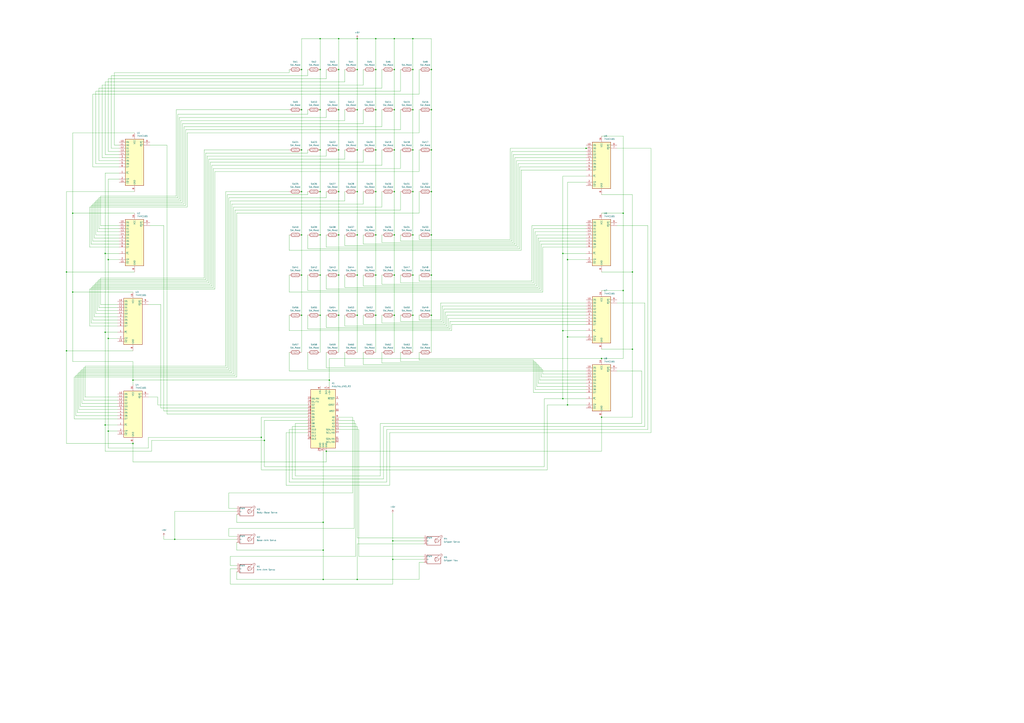
<source format=kicad_sch>
(kicad_sch (version 20230121) (generator eeschema)
  (paper "A1")
  (lib_symbols
    (symbol "74xx:74HC165"
      (property "Reference" "U" (at -7.62 19.05 0))
      (property "Value" "74HC165" (at -7.62 -21.59 0))
      (symbol "74HC165_1_0"
        (pin input line (at -12.7 -10.16 0) (length 5.08) (name "~{PL}") (number "1"))
        (pin input line (at -12.7 15.24 0) (length 5.08) (name "DS") (number "10"))
        (pin input line (at -12.7 12.7 0) (length 5.08) (name "D0") (number "11"))
        (pin input line (at -12.7 10.16 0) (length 5.08) (name "D1") (number "12"))
        (pin input line (at -12.7 7.62 0) (length 5.08) (name "D2") (number "13"))
        (pin input line (at -12.7 5.08 0) (length 5.08) (name "D3") (number "14"))
        (pin input line (at -12.7 -17.78 0) (length 5.08) (name "~{CE}") (number "15"))
        (pin power_in line (at 0 22.86 270) (length 5.08) (name "VCC") (number "16"))
        (pin input line (at -12.7 -15.24 0) (length 5.08) (name "CP") (number "2"))
        (pin input line (at -12.7 2.54 0) (length 5.08) (name "D4") (number "3"))
        (pin input line (at -12.7 0 0) (length 5.08) (name "D5") (number "4"))
        (pin input line (at -12.7 -2.54 0) (length 5.08) (name "D6") (number "5"))
        (pin input line (at -12.7 -5.08 0) (length 5.08) (name "D7") (number "6"))
        (pin output line (at 12.7 12.7 180) (length 5.08) (name "~{Q7}") (number "7"))
        (pin power_in line (at 0 -25.4 90) (length 5.08) (name "GND") (number "8"))
        (pin output line (at 12.7 15.24 180) (length 5.08) (name "Q7") (number "9"))
      )
    )
    (symbol "MCU_Module:Arduino_UNO_R3"
      (property "Reference" "A" (at -10.16 23.495 0))
      (property "Value" "Arduino_UNO_R3" (at 5.08 -26.67 0))
      (symbol "Arduino_UNO_R3_1_1"
        (pin no_connect line (at -10.16 -20.32 0) (length 2.54) hide (name "NC") (number "1"))
        (pin bidirectional line (at 12.7 -2.54 180) (length 2.54) (name "A1") (number "10"))
        (pin bidirectional line (at 12.7 -5.08 180) (length 2.54) (name "A2") (number "11"))
        (pin bidirectional line (at 12.7 -7.62 180) (length 2.54) (name "A3") (number "12"))
        (pin bidirectional line (at 12.7 -10.16 180) (length 2.54) (name "SDA/A4") (number "13"))
        (pin bidirectional line (at 12.7 -12.7 180) (length 2.54) (name "SCL/A5") (number "14"))
        (pin bidirectional line (at -12.7 15.24 0) (length 2.54) (name "D0/RX") (number "15"))
        (pin bidirectional line (at -12.7 12.7 0) (length 2.54) (name "D1/TX") (number "16"))
        (pin bidirectional line (at -12.7 10.16 0) (length 2.54) (name "D2") (number "17"))
        (pin bidirectional line (at -12.7 7.62 0) (length 2.54) (name "D3") (number "18"))
        (pin bidirectional line (at -12.7 5.08 0) (length 2.54) (name "D4") (number "19"))
        (pin output line (at 12.7 10.16 180) (length 2.54) (name "IOREF") (number "2"))
        (pin bidirectional line (at -12.7 2.54 0) (length 2.54) (name "D5") (number "20"))
        (pin bidirectional line (at -12.7 0 0) (length 2.54) (name "D6") (number "21"))
        (pin bidirectional line (at -12.7 -2.54 0) (length 2.54) (name "D7") (number "22"))
        (pin bidirectional line (at -12.7 -5.08 0) (length 2.54) (name "D8") (number "23"))
        (pin bidirectional line (at -12.7 -7.62 0) (length 2.54) (name "D9") (number "24"))
        (pin bidirectional line (at -12.7 -10.16 0) (length 2.54) (name "D10") (number "25"))
        (pin bidirectional line (at -12.7 -12.7 0) (length 2.54) (name "D11") (number "26"))
        (pin bidirectional line (at -12.7 -15.24 0) (length 2.54) (name "D12") (number "27"))
        (pin bidirectional line (at -12.7 -17.78 0) (length 2.54) (name "D13") (number "28"))
        (pin power_in line (at -2.54 -27.94 90) (length 2.54) (name "GND") (number "29"))
        (pin input line (at 12.7 15.24 180) (length 2.54) (name "~{RESET}") (number "3"))
        (pin input line (at 12.7 5.08 180) (length 2.54) (name "AREF") (number "30"))
        (pin bidirectional line (at 12.7 -17.78 180) (length 2.54) (name "SDA/A4") (number "31"))
        (pin bidirectional line (at 12.7 -20.32 180) (length 2.54) (name "SCL/A5") (number "32"))
        (pin power_out line (at 2.54 25.4 270) (length 2.54) (name "3V3") (number "4"))
        (pin power_out line (at 5.08 25.4 270) (length 2.54) (name "+5V") (number "5"))
        (pin power_in line (at 0 -27.94 90) (length 2.54) (name "GND") (number "6"))
        (pin power_in line (at 2.54 -27.94 90) (length 2.54) (name "GND") (number "7"))
        (pin power_in line (at -2.54 25.4 270) (length 2.54) (name "VIN") (number "8"))
        (pin bidirectional line (at 12.7 0 180) (length 2.54) (name "A0") (number "9"))
      )
    )
    (symbol "Motor:Motor_Servo" (pin_names (offset 0.0254))
      (property "Reference" "M" (at -5.08 4.445 0))
      (property "Value" "Motor_Servo" (at -5.08 -4.064 0))
      (symbol "Motor_Servo_1_1"
        (pin passive line (at -7.62 2.54 0) (length 2.54) (name "PWM") (number "1"))
        (pin passive line (at -7.62 0 0) (length 2.54) (name "+") (number "2"))
        (pin passive line (at -7.62 -2.54 0) (length 2.54) (name "-") (number "3"))
      )
    )
    (symbol "Switch:SW_Reed" (pin_numbers hide) (pin_names (offset 0) hide)
      (property "Reference" "SW" (at 0 2.54 0))
      (property "Value" "SW_Reed" (at 0 -2.54 0))
      (symbol "SW_Reed_1_1"
        (pin passive line (at -5.08 0 0) (length 2.54) (name "1") (number "1"))
        (pin passive line (at 5.08 0 180) (length 2.54) (name "2") (number "2"))
      )
    )
    (symbol "power:+6V" (power) (pin_names (offset 0))
      (property "Value" "+6V" (at 0 3.556 0))
      (symbol "+6V_1_1"
        (pin power_in line (at 0 0 90) (length 0) hide (name "+6V") (number "1"))
      )
    )
  )
  (junction (at 308.61 259.08))
  (junction (at 494.03 294.64))
  (junction (at 354.33 226.06))
  (junction (at 278.13 123.19))
  (junction (at 247.65 259.08))
  (junction (at 354.33 123.19))
  (junction (at 86.36 349.25))
  (junction (at 262.89 31.75))
  (junction (at 323.85 123.19))
  (junction (at 293.37 259.08))
  (junction (at 88.9 354.33))
  (junction (at 354.33 193.04))
  (junction (at 462.28 271.78))
  (junction (at 262.89 226.06))
  (junction (at 262.89 123.19))
  (junction (at 511.81 238.76))
  (junction (at 247.65 123.19))
  (junction (at 339.09 259.08))
  (junction (at 109.22 312.42))
  (junction (at 143.51 443.23))
  (junction (at 462.28 208.28))
  (junction (at 293.37 226.06))
  (junction (at 265.43 476.25))
  (junction (at 339.09 90.17))
  (junction (at 54.61 223.52))
  (junction (at 308.61 157.48))
  (junction (at 308.61 31.75))
  (junction (at 339.09 123.19))
  (junction (at 86.36 208.28))
  (junction (at 265.43 452.12))
  (junction (at 278.13 57.15))
  (junction (at 88.9 213.36))
  (junction (at 323.85 57.15))
  (junction (at 278.13 226.06))
  (junction (at 247.65 157.48))
  (junction (at 86.36 273.05))
  (junction (at 293.37 476.25))
  (junction (at 339.09 226.06))
  (junction (at 354.33 57.15))
  (junction (at 88.9 278.13))
  (junction (at 247.65 226.06))
  (junction (at 278.13 157.48))
  (junction (at 354.33 157.48))
  (junction (at 262.89 157.48))
  (junction (at 494.03 342.9))
  (junction (at 466.09 213.36))
  (junction (at 278.13 259.08))
  (junction (at 339.09 57.15))
  (junction (at 519.43 223.52))
  (junction (at 267.97 370.84))
  (junction (at 293.37 123.19))
  (junction (at 54.61 288.29))
  (junction (at 323.85 157.48))
  (junction (at 322.58 444.5))
  (junction (at 466.09 276.86))
  (junction (at 278.13 90.17))
  (junction (at 247.65 193.04))
  (junction (at 262.89 57.15))
  (junction (at 278.13 193.04))
  (junction (at 323.85 193.04))
  (junction (at 262.89 259.08))
  (junction (at 262.89 193.04))
  (junction (at 466.09 332.74))
  (junction (at 214.63 359.41))
  (junction (at 308.61 123.19))
  (junction (at 265.43 429.26))
  (junction (at 270.51 312.42))
  (junction (at 339.09 157.48))
  (junction (at 323.85 90.17))
  (junction (at 293.37 157.48))
  (junction (at 462.28 327.66))
  (junction (at 278.13 31.75))
  (junction (at 59.69 240.03))
  (junction (at 323.85 259.08))
  (junction (at 323.85 226.06))
  (junction (at 293.37 90.17))
  (junction (at 322.58 459.74))
  (junction (at 339.09 31.75))
  (junction (at 109.22 364.49))
  (junction (at 308.61 193.04))
  (junction (at 511.81 175.26))
  (junction (at 262.89 90.17))
  (junction (at 308.61 226.06))
  (junction (at 308.61 57.15))
  (junction (at 481.33 121.92))
  (junction (at 59.69 175.26))
  (junction (at 308.61 90.17))
  (junction (at 354.33 90.17))
  (junction (at 247.65 57.15))
  (junction (at 293.37 31.75))
  (junction (at 323.85 31.75))
  (junction (at 519.43 287.02))
  (junction (at 293.37 57.15))
  (junction (at 247.65 90.17))
  (junction (at 293.37 193.04))
  (junction (at 217.17 361.95))
  (junction (at 339.09 193.04))
  (junction (at 354.33 259.08))
  (wire (pts (xy 511.81 294.64) (xy 494.03 294.64)))
  (wire (pts (xy 80.01 231.14) (xy 80.01 255.27)))
  (wire (pts (xy 293.37 441.96) (xy 347.98 441.96)))
  (wire (pts (xy 73.66 170.18) (xy 73.66 203.2)))
  (wire (pts (xy 262.89 193.04) (xy 262.89 226.06)))
  (wire (pts (xy 344.17 109.22) (xy 153.67 109.22)))
  (wire (pts (xy 462.28 208.28) (xy 462.28 271.78)))
  (wire (pts (xy 298.45 157.48) (xy 298.45 167.64)))
  (wire (pts (xy 494.03 111.76) (xy 511.81 111.76)))
  (wire (pts (xy 481.33 121.92) (xy 482.6 121.92)))
  (wire (pts (xy 168.91 229.87) (xy 81.28 229.87)))
  (wire (pts (xy 73.66 203.2) (xy 97.79 203.2)))
  (wire (pts (xy 151.13 104.14) (xy 151.13 167.64)))
  (wire (pts (xy 313.69 289.56) (xy 313.69 298.45)))
  (wire (pts (xy 344.17 231.14) (xy 436.88 231.14)))
  (wire (pts (xy 76.2 77.47) (xy 76.2 137.16)))
  (wire (pts (xy 146.05 93.98) (xy 146.05 162.56)))
  (wire (pts (xy 81.28 132.08) (xy 97.79 132.08)))
  (wire (pts (xy 481.33 208.28) (xy 462.28 208.28)))
  (wire (pts (xy 267.97 162.56) (xy 187.96 162.56)))
  (wire (pts (xy 267.97 269.24) (xy 368.3 269.24)))
  (wire (pts (xy 313.69 90.17) (xy 313.69 104.14)))
  (wire (pts (xy 283.21 99.06) (xy 148.59 99.06)))
  (wire (pts (xy 124.46 370.84) (xy 86.36 370.84)))
  (wire (pts (xy 54.61 157.48) (xy 54.61 223.52)))
  (wire (pts (xy 234.95 355.6) (xy 252.73 355.6)))
  (wire (pts (xy 481.33 271.78) (xy 462.28 271.78)))
  (wire (pts (xy 339.09 226.06) (xy 339.09 259.08)))
  (wire (pts (xy 82.55 185.42) (xy 97.79 185.42)))
  (wire (pts (xy 328.93 123.19) (xy 328.93 138.43)))
  (wire (pts (xy 344.17 90.17) (xy 344.17 109.22)))
  (wire (pts (xy 237.49 304.8) (xy 481.33 304.8)))
  (wire (pts (xy 308.61 157.48) (xy 308.61 193.04)))
  (wire (pts (xy 109.22 364.49) (xy 109.22 379.73)))
  (wire (pts (xy 167.64 228.6) (xy 82.55 228.6)))
  (wire (pts (xy 82.55 161.29) (xy 82.55 185.42)))
  (wire (pts (xy 278.13 342.9) (xy 289.56 342.9)))
  (wire (pts (xy 54.61 364.49) (xy 109.22 364.49)))
  (wire (pts (xy 527.05 304.8) (xy 527.05 347.98)))
  (wire (pts (xy 194.31 309.88) (xy 60.96 309.88)))
  (wire (pts (xy 370.84 271.78) (xy 370.84 266.7)))
  (wire (pts (xy 173.99 135.89) (xy 173.99 234.95)))
  (wire (pts (xy 267.97 237.49) (xy 443.23 237.49)))
  (wire (pts (xy 519.43 342.9) (xy 494.03 342.9)))
  (wire (pts (xy 237.49 396.24) (xy 237.49 353.06)))
  (wire (pts (xy 187.96 303.53) (xy 67.31 303.53)))
  (wire (pts (xy 328.93 226.06) (xy 328.93 232.41)))
  (wire (pts (xy 438.15 295.91) (xy 438.15 322.58)))
  (wire (pts (xy 283.21 201.93) (xy 424.18 201.93)))
  (wire (pts (xy 187.96 440.69) (xy 194.31 440.69)))
  (wire (pts (xy 81.28 187.96) (xy 97.79 187.96)))
  (wire (pts (xy 466.09 213.36) (xy 466.09 276.86)))
  (wire (pts (xy 144.78 90.17) (xy 144.78 161.29)))
  (wire (pts (xy 168.91 125.73) (xy 168.91 229.87)))
  (wire (pts (xy 320.04 355.6) (xy 320.04 398.78)))
  (wire (pts (xy 283.21 259.08) (xy 283.21 267.97)))
  (wire (pts (xy 313.69 157.48) (xy 313.69 170.18)))
  (wire (pts (xy 298.45 193.04) (xy 298.45 200.66)))
  (wire (pts (xy 339.09 31.75) (xy 354.33 31.75)))
  (wire (pts (xy 283.21 90.17) (xy 283.21 99.06)))
  (wire (pts (xy 298.45 57.15) (xy 298.45 69.85)))
  (wire (pts (xy 147.32 163.83) (xy 80.01 163.83)))
  (wire (pts (xy 237.49 193.04) (xy 237.49 205.74)))
  (wire (pts (xy 323.85 193.04) (xy 323.85 226.06)))
  (wire (pts (xy 81.28 162.56) (xy 81.28 187.96)))
  (wire (pts (xy 262.89 31.75) (xy 278.13 31.75)))
  (wire (pts (xy 278.13 226.06) (xy 278.13 259.08)))
  (wire (pts (xy 170.18 128.27) (xy 170.18 231.14)))
  (wire (pts (xy 328.93 74.93) (xy 78.74 74.93)))
  (wire (pts (xy 328.93 138.43) (xy 175.26 138.43)))
  (wire (pts (xy 74.93 200.66) (xy 97.79 200.66)))
  (wire (pts (xy 247.65 157.48) (xy 247.65 193.04)))
  (wire (pts (xy 283.21 289.56) (xy 283.21 300.99)))
  (wire (pts (xy 68.58 328.93) (xy 96.52 328.93)))
  (wire (pts (xy 247.65 123.19) (xy 247.65 157.48)))
  (wire (pts (xy 247.65 31.75) (xy 247.65 57.15)))
  (wire (pts (xy 494.03 238.76) (xy 511.81 238.76)))
  (wire (pts (xy 129.54 326.39) (xy 129.54 332.74)))
  (wire (pts (xy 83.82 69.85) (xy 83.82 129.54)))
  (wire (pts (xy 289.56 342.9) (xy 289.56 405.13)))
  (wire (pts (xy 237.49 205.74) (xy 427.99 205.74)))
  (wire (pts (xy 278.13 350.52) (xy 293.37 350.52)))
  (wire (pts (xy 186.69 160.02) (xy 186.69 302.26)))
  (wire (pts (xy 426.72 204.47) (xy 426.72 137.16)))
  (wire (pts (xy 298.45 299.72) (xy 441.96 299.72)))
  (wire (pts (xy 247.65 57.15) (xy 247.65 90.17)))
  (wire (pts (xy 194.31 476.25) (xy 265.43 476.25)))
  (wire (pts (xy 339.09 259.08) (xy 339.09 289.56)))
  (wire (pts (xy 252.73 123.19) (xy 252.73 125.73)))
  (wire (pts (xy 298.45 234.95) (xy 440.69 234.95)))
  (wire (pts (xy 252.73 93.98) (xy 146.05 93.98)))
  (wire (pts (xy 82.55 250.19) (xy 96.52 250.19)))
  (wire (pts (xy 191.77 170.18) (xy 191.77 307.34)))
  (wire (pts (xy 298.45 266.7) (xy 365.76 266.7)))
  (wire (pts (xy 322.58 459.74) (xy 322.58 444.5)))
  (wire (pts (xy 328.93 106.68) (xy 152.4 106.68)))
  (wire (pts (xy 313.69 57.15) (xy 313.69 72.39)))
  (wire (pts (xy 109.22 312.42) (xy 109.22 297.18)))
  (wire (pts (xy 462.28 327.66) (xy 447.04 327.66)))
  (wire (pts (xy 293.37 259.08) (xy 293.37 289.56)))
  (wire (pts (xy 76.2 167.64) (xy 76.2 198.12)))
  (wire (pts (xy 419.1 121.92) (xy 481.33 121.92)))
  (wire (pts (xy 294.64 457.2) (xy 347.98 457.2)))
  (wire (pts (xy 443.23 237.49) (xy 443.23 198.12)))
  (wire (pts (xy 270.51 312.42) (xy 270.51 317.5)))
  (wire (pts (xy 189.23 457.2) (xy 189.23 464.82)))
  (wire (pts (xy 252.73 238.76) (xy 444.5 238.76)))
  (wire (pts (xy 252.73 226.06) (xy 252.73 238.76)))
  (wire (pts (xy 190.5 306.07) (xy 64.77 306.07)))
  (wire (pts (xy 97.79 142.24) (xy 86.36 142.24)))
  (wire (pts (xy 481.33 276.86) (xy 466.09 276.86)))
  (wire (pts (xy 425.45 203.2) (xy 425.45 134.62)))
  (wire (pts (xy 88.9 64.77) (xy 88.9 124.46)))
  (wire (pts (xy 313.69 170.18) (xy 191.77 170.18)))
  (wire (pts (xy 506.73 248.92) (xy 529.59 248.92)))
  (wire (pts (xy 214.63 359.41) (xy 121.92 359.41)))
  (wire (pts (xy 78.74 232.41) (xy 78.74 257.81)))
  (wire (pts (xy 328.93 264.16) (xy 363.22 264.16)))
  (wire (pts (xy 308.61 259.08) (xy 308.61 289.56)))
  (wire (pts (xy 354.33 157.48) (xy 354.33 193.04)))
  (wire (pts (xy 267.97 90.17) (xy 267.97 96.52)))
  (wire (pts (xy 191.77 307.34) (xy 63.5 307.34)))
  (wire (pts (xy 444.5 302.26) (xy 444.5 309.88)))
  (wire (pts (xy 97.79 147.32) (xy 88.9 147.32)))
  (wire (pts (xy 317.5 353.06) (xy 317.5 396.24)))
  (wire (pts (xy 527.05 347.98) (xy 312.42 347.98)))
  (wire (pts (xy 265.43 452.12) (xy 265.43 476.25)))
  (wire (pts (xy 74.93 236.22) (xy 74.93 265.43)))
  (wire (pts (xy 278.13 193.04) (xy 278.13 226.06)))
  (wire (pts (xy 344.17 157.48) (xy 344.17 175.26)))
  (wire (pts (xy 511.81 111.76) (xy 511.81 175.26)))
  (wire (pts (xy 354.33 90.17) (xy 354.33 123.19)))
  (wire (pts (xy 328.93 157.48) (xy 328.93 172.72)))
  (wire (pts (xy 193.04 308.61) (xy 62.23 308.61)))
  (wire (pts (xy 88.9 124.46) (xy 97.79 124.46)))
  (wire (pts (xy 449.58 332.74) (xy 449.58 386.08)))
  (wire (pts (xy 81.28 229.87) (xy 81.28 252.73)))
  (wire (pts (xy 185.42 300.99) (xy 69.85 300.99)))
  (wire (pts (xy 466.09 276.86) (xy 466.09 332.74)))
  (wire (pts (xy 494.03 175.26) (xy 511.81 175.26)))
  (wire (pts (xy 237.49 57.15) (xy 237.49 59.69)))
  (wire (pts (xy 447.04 327.66) (xy 447.04 383.54)))
  (wire (pts (xy 187.96 405.13) (xy 187.96 417.83)))
  (wire (pts (xy 293.37 447.04) (xy 293.37 476.25)))
  (wire (pts (xy 252.73 342.9) (xy 214.63 342.9)))
  (wire (pts (xy 137.16 340.36) (xy 252.73 340.36)))
  (wire (pts (xy 339.09 157.48) (xy 339.09 193.04)))
  (wire (pts (xy 69.85 300.99) (xy 69.85 326.39)))
  (wire (pts (xy 171.45 130.81) (xy 171.45 232.41)))
  (wire (pts (xy 436.88 231.14) (xy 436.88 185.42)))
  (wire (pts (xy 146.05 162.56) (xy 81.28 162.56)))
  (wire (pts (xy 149.86 101.6) (xy 149.86 166.37)))
  (wire (pts (xy 529.59 350.52) (xy 314.96 350.52)))
  (wire (pts (xy 144.78 161.29) (xy 82.55 161.29)))
  (wire (pts (xy 132.08 335.28) (xy 252.73 335.28)))
  (wire (pts (xy 214.63 386.08) (xy 214.63 359.41)))
  (wire (pts (xy 354.33 123.19) (xy 354.33 157.48)))
  (wire (pts (xy 278.13 157.48) (xy 278.13 193.04)))
  (wire (pts (xy 278.13 57.15) (xy 278.13 90.17)))
  (wire (pts (xy 293.37 90.17) (xy 293.37 123.19)))
  (wire (pts (xy 283.21 300.99) (xy 443.23 300.99)))
  (wire (pts (xy 368.3 261.62) (xy 481.33 261.62)))
  (wire (pts (xy 91.44 62.23) (xy 91.44 121.92)))
  (wire (pts (xy 237.49 123.19) (xy 167.64 123.19)))
  (wire (pts (xy 365.76 266.7) (xy 365.76 256.54)))
  (wire (pts (xy 62.23 308.61) (xy 62.23 341.63)))
  (wire (pts (xy 73.66 267.97) (xy 96.52 267.97)))
  (wire (pts (xy 60.96 344.17) (xy 96.52 344.17)))
  (wire (pts (xy 361.95 248.92) (xy 481.33 248.92)))
  (wire (pts (xy 323.85 123.19) (xy 323.85 157.48)))
  (wire (pts (xy 339.09 31.75) (xy 339.09 57.15)))
  (wire (pts (xy 176.53 237.49) (xy 73.66 237.49)))
  (wire (pts (xy 298.45 289.56) (xy 298.45 299.72)))
  (wire (pts (xy 78.74 257.81) (xy 96.52 257.81)))
  (wire (pts (xy 88.9 278.13) (xy 88.9 354.33)))
  (wire (pts (xy 262.89 157.48) (xy 262.89 193.04)))
  (wire (pts (xy 462.28 144.78) (xy 462.28 208.28)))
  (wire (pts (xy 123.19 119.38) (xy 137.16 119.38)))
  (wire (pts (xy 189.23 464.82) (xy 194.31 464.82)))
  (wire (pts (xy 83.82 129.54) (xy 97.79 129.54)))
  (wire (pts (xy 68.58 302.26) (xy 68.58 328.93)))
  (wire (pts (xy 267.97 289.56) (xy 267.97 302.26)))
  (wire (pts (xy 73.66 237.49) (xy 73.66 267.97)))
  (wire (pts (xy 109.22 288.29) (xy 54.61 288.29)))
  (wire (pts (xy 252.73 160.02) (xy 186.69 160.02)))
  (wire (pts (xy 148.59 99.06) (xy 148.59 165.1)))
  (wire (pts (xy 172.72 133.35) (xy 172.72 233.68)))
  (wire (pts (xy 328.93 172.72) (xy 193.04 172.72)))
  (wire (pts (xy 262.89 226.06) (xy 262.89 259.08)))
  (wire (pts (xy 369.57 264.16) (xy 481.33 264.16)))
  (wire (pts (xy 313.69 135.89) (xy 173.99 135.89)))
  (wire (pts (xy 367.03 259.08) (xy 481.33 259.08)))
  (wire (pts (xy 427.99 205.74) (xy 427.99 139.7)))
  (wire (pts (xy 308.61 57.15) (xy 308.61 90.17)))
  (wire (pts (xy 86.36 370.84) (xy 86.36 349.25)))
  (wire (pts (xy 63.5 339.09) (xy 96.52 339.09)))
  (wire (pts (xy 265.43 476.25) (xy 293.37 476.25)))
  (wire (pts (xy 134.62 337.82) (xy 252.73 337.82)))
  (wire (pts (xy 312.42 347.98) (xy 312.42 391.16)))
  (wire (pts (xy 445.77 303.53) (xy 445.77 307.34)))
  (wire (pts (xy 240.03 393.7) (xy 240.03 350.52)))
  (wire (pts (xy 481.33 332.74) (xy 466.09 332.74)))
  (wire (pts (xy 194.31 420.37) (xy 143.51 420.37)))
  (wire (pts (xy 278.13 353.06) (xy 294.64 353.06)))
  (wire (pts (xy 152.4 168.91) (xy 74.93 168.91)))
  (wire (pts (xy 313.69 72.39) (xy 81.28 72.39)))
  (wire (pts (xy 354.33 226.06) (xy 354.33 259.08)))
  (wire (pts (xy 252.73 57.15) (xy 252.73 62.23)))
  (wire (pts (xy 445.77 307.34) (xy 481.33 307.34)))
  (wire (pts (xy 444.5 200.66) (xy 481.33 200.66)))
  (wire (pts (xy 124.46 361.95) (xy 124.46 370.84)))
  (wire (pts (xy 189.23 467.36) (xy 189.23 480.06)))
  (wire (pts (xy 308.61 90.17) (xy 308.61 123.19)))
  (wire (pts (xy 344.17 259.08) (xy 344.17 262.89)))
  (wire (pts (xy 267.97 370.84) (xy 494.03 370.84)))
  (wire (pts (xy 185.42 157.48) (xy 185.42 300.99)))
  (wire (pts (xy 283.21 226.06) (xy 283.21 236.22)))
  (wire (pts (xy 267.97 226.06) (xy 267.97 237.49)))
  (wire (pts (xy 194.31 445.77) (xy 194.31 452.12)))
  (wire (pts (xy 365.76 256.54) (xy 481.33 256.54)))
  (wire (pts (xy 173.99 234.95) (xy 76.2 234.95)))
  (wire (pts (xy 64.77 306.07) (xy 64.77 336.55)))
  (wire (pts (xy 186.69 302.26) (xy 68.58 302.26)))
  (wire (pts (xy 278.13 347.98) (xy 292.1 347.98)))
  (wire (pts (xy 511.81 175.26) (xy 511.81 238.76)))
  (wire (pts (xy 466.09 149.86) (xy 466.09 213.36)))
  (wire (pts (xy 69.85 326.39) (xy 96.52 326.39)))
  (wire (pts (xy 438.15 187.96) (xy 481.33 187.96)))
  (wire (pts (xy 344.17 196.85) (xy 419.1 196.85)))
  (wire (pts (xy 313.69 123.19) (xy 313.69 135.89)))
  (wire (pts (xy 368.3 269.24) (xy 368.3 261.62)))
  (wire (pts (xy 283.21 130.81) (xy 171.45 130.81)))
  (wire (pts (xy 293.37 350.52) (xy 293.37 441.96)))
  (wire (pts (xy 317.5 396.24) (xy 237.49 396.24)))
  (wire (pts (xy 344.17 123.19) (xy 344.17 140.97)))
  (wire (pts (xy 86.36 142.24) (xy 86.36 208.28)))
  (wire (pts (xy 283.21 123.19) (xy 283.21 130.81)))
  (wire (pts (xy 262.89 90.17) (xy 262.89 123.19)))
  (wire (pts (xy 265.43 452.12) (xy 265.43 429.26)))
  (wire (pts (xy 420.37 124.46) (xy 481.33 124.46)))
  (wire (pts (xy 96.52 278.13) (xy 88.9 278.13)))
  (wire (pts (xy 313.69 199.39) (xy 421.64 199.39)))
  (wire (pts (xy 293.37 123.19) (xy 293.37 157.48)))
  (wire (pts (xy 189.23 304.8) (xy 66.04 304.8)))
  (wire (pts (xy 267.97 302.26) (xy 444.5 302.26)))
  (wire (pts (xy 123.19 185.42) (xy 134.62 185.42)))
  (wire (pts (xy 363.22 264.16) (xy 363.22 251.46)))
  (wire (pts (xy 440.69 298.45) (xy 440.69 317.5)))
  (wire (pts (xy 265.43 429.26) (xy 194.31 429.26)))
  (wire (pts (xy 447.04 383.54) (xy 217.17 383.54)))
  (wire (pts (xy 214.63 342.9) (xy 214.63 359.41)))
  (wire (pts (xy 78.74 193.04) (xy 97.79 193.04)))
  (wire (pts (xy 76.2 137.16) (xy 97.79 137.16)))
  (wire (pts (xy 344.17 77.47) (xy 76.2 77.47)))
  (wire (pts (xy 252.73 289.56) (xy 252.73 303.53)))
  (wire (pts (xy 278.13 31.75) (xy 293.37 31.75)))
  (wire (pts (xy 74.93 168.91) (xy 74.93 200.66)))
  (wire (pts (xy 247.65 226.06) (xy 247.65 259.08)))
  (wire (pts (xy 77.47 195.58) (xy 97.79 195.58)))
  (wire (pts (xy 441.96 299.72) (xy 441.96 314.96)))
  (wire (pts (xy 110.49 223.52) (xy 54.61 223.52)))
  (wire (pts (xy 322.58 444.5) (xy 347.98 444.5)))
  (wire (pts (xy 506.73 121.92) (xy 534.67 121.92)))
  (wire (pts (xy 293.37 157.48) (xy 293.37 193.04)))
  (wire (pts (xy 344.17 289.56) (xy 344.17 295.91)))
  (wire (pts (xy 323.85 90.17) (xy 323.85 123.19)))
  (wire (pts (xy 370.84 266.7) (xy 481.33 266.7)))
  (wire (pts (xy 78.74 165.1) (xy 78.74 193.04)))
  (wire (pts (xy 534.67 355.6) (xy 320.04 355.6)))
  (wire (pts (xy 252.73 270.51) (xy 369.57 270.51)))
  (wire (pts (xy 328.93 193.04) (xy 328.93 198.12)))
  (wire (pts (xy 59.69 240.03) (xy 59.69 297.18)))
  (wire (pts (xy 270.51 294.64) (xy 270.51 312.42)))
  (wire (pts (xy 242.57 347.98) (xy 252.73 347.98)))
  (wire (pts (xy 67.31 331.47) (xy 96.52 331.47)))
  (wire (pts (xy 439.42 233.68) (xy 439.42 190.5)))
  (wire (pts (xy 80.01 190.5) (xy 97.79 190.5)))
  (wire (pts (xy 323.85 57.15) (xy 323.85 31.75)))
  (wire (pts (xy 234.95 398.78) (xy 234.95 355.6)))
  (wire (pts (xy 237.49 157.48) (xy 185.42 157.48)))
  (wire (pts (xy 262.89 57.15) (xy 262.89 90.17)))
  (wire (pts (xy 110.49 109.22) (xy 59.69 109.22)))
  (wire (pts (xy 267.97 379.73) (xy 267.97 370.84)))
  (wire (pts (xy 247.65 193.04) (xy 247.65 226.06)))
  (wire (pts (xy 439.42 320.04) (xy 481.33 320.04)))
  (wire (pts (xy 519.43 160.02) (xy 519.43 223.52)))
  (wire (pts (xy 194.31 467.36) (xy 189.23 467.36)))
  (wire (pts (xy 440.69 317.5) (xy 481.33 317.5)))
  (wire (pts (xy 194.31 429.26) (xy 194.31 422.91)))
  (wire (pts (xy 54.61 223.52) (xy 54.61 288.29)))
  (wire (pts (xy 344.17 140.97) (xy 176.53 140.97)))
  (wire (pts (xy 237.49 59.69) (xy 93.98 59.69)))
  (wire (pts (xy 252.73 90.17) (xy 252.73 93.98)))
  (wire (pts (xy 176.53 140.97) (xy 176.53 237.49)))
  (wire (pts (xy 189.23 165.1) (xy 189.23 304.8)))
  (wire (pts (xy 439.42 297.18) (xy 439.42 320.04)))
  (wire (pts (xy 354.33 31.75) (xy 354.33 57.15)))
  (wire (pts (xy 328.93 57.15) (xy 328.93 74.93)))
  (wire (pts (xy 313.69 226.06) (xy 313.69 233.68)))
  (wire (pts (xy 86.36 349.25) (xy 96.52 349.25)))
  (wire (pts (xy 81.28 72.39) (xy 81.28 132.08)))
  (wire (pts (xy 265.43 370.84) (xy 265.43 429.26)))
  (wire (pts (xy 344.17 262.89) (xy 361.95 262.89)))
  (wire (pts (xy 76.2 234.95) (xy 76.2 262.89)))
  (wire (pts (xy 322.58 459.74) (xy 347.98 459.74)))
  (wire (pts (xy 59.69 109.22) (xy 59.69 175.26)))
  (wire (pts (xy 217.17 345.44) (xy 217.17 361.95)))
  (wire (pts (xy 313.69 193.04) (xy 313.69 199.39)))
  (wire (pts (xy 86.36 273.05) (xy 86.36 349.25)))
  (wire (pts (xy 314.96 393.7) (xy 240.03 393.7)))
  (wire (pts (xy 171.45 232.41) (xy 78.74 232.41)))
  (wire (pts (xy 190.5 167.64) (xy 190.5 306.07)))
  (wire (pts (xy 308.61 226.06) (xy 308.61 259.08)))
  (wire (pts (xy 237.49 289.56) (xy 237.49 304.8)))
  (wire (pts (xy 298.45 133.35) (xy 172.72 133.35)))
  (wire (pts (xy 519.43 287.02) (xy 519.43 342.9)))
  (wire (pts (xy 519.43 223.52) (xy 519.43 287.02)))
  (wire (pts (xy 93.98 119.38) (xy 97.79 119.38)))
  (wire (pts (xy 363.22 251.46) (xy 481.33 251.46)))
  (wire (pts (xy 77.47 260.35) (xy 96.52 260.35)))
  (wire (pts (xy 293.37 476.25) (xy 344.17 476.25)))
  (wire (pts (xy 320.04 398.78) (xy 234.95 398.78)))
  (wire (pts (xy 62.23 341.63) (xy 96.52 341.63)))
  (wire (pts (xy 462.28 271.78) (xy 462.28 327.66)))
  (wire (pts (xy 170.18 231.14) (xy 80.01 231.14)))
  (wire (pts (xy 293.37 57.15) (xy 293.37 90.17)))
  (wire (pts (xy 242.57 391.16) (xy 242.57 347.98)))
  (wire (pts (xy 529.59 248.92) (xy 529.59 350.52)))
  (wire (pts (xy 193.04 172.72) (xy 193.04 308.61)))
  (wire (pts (xy 344.17 295.91) (xy 438.15 295.91)))
  (wire (pts (xy 76.2 198.12) (xy 97.79 198.12)))
  (wire (pts (xy 64.77 336.55) (xy 96.52 336.55)))
  (wire (pts (xy 308.61 193.04) (xy 308.61 226.06)))
  (wire (pts (xy 109.22 379.73) (xy 267.97 379.73)))
  (wire (pts (xy 267.97 157.48) (xy 267.97 162.56)))
  (wire (pts (xy 344.17 462.28) (xy 344.17 476.25)))
  (wire (pts (xy 421.64 127) (xy 481.33 127)))
  (wire (pts (xy 506.73 185.42) (xy 532.13 185.42)))
  (wire (pts (xy 339.09 123.19) (xy 339.09 157.48)))
  (wire (pts (xy 121.92 250.19) (xy 132.08 250.19)))
  (wire (pts (xy 339.09 193.04) (xy 339.09 226.06)))
  (wire (pts (xy 443.23 198.12) (xy 481.33 198.12)))
  (wire (pts (xy 121.92 359.41) (xy 121.92 368.3)))
  (wire (pts (xy 440.69 234.95) (xy 440.69 193.04)))
  (wire (pts (xy 187.96 162.56) (xy 187.96 303.53)))
  (wire (pts (xy 422.91 200.66) (xy 422.91 129.54)))
  (wire (pts (xy 292.1 347.98) (xy 292.1 457.2)))
  (wire (pts (xy 262.89 31.75) (xy 262.89 57.15)))
  (wire (pts (xy 149.86 166.37) (xy 77.47 166.37)))
  (wire (pts (xy 298.45 259.08) (xy 298.45 266.7)))
  (wire (pts (xy 147.32 96.52) (xy 147.32 163.83)))
  (wire (pts (xy 153.67 109.22) (xy 153.67 170.18)))
  (wire (pts (xy 313.69 104.14) (xy 151.13 104.14)))
  (wire (pts (xy 436.88 185.42) (xy 481.33 185.42)))
  (wire (pts (xy 441.96 195.58) (xy 481.33 195.58)))
  (wire (pts (xy 293.37 31.75) (xy 308.61 31.75)))
  (wire (pts (xy 298.45 167.64) (xy 190.5 167.64)))
  (wire (pts (xy 421.64 199.39) (xy 421.64 127)))
  (wire (pts (xy 237.49 271.78) (xy 370.84 271.78)))
  (wire (pts (xy 367.03 267.97) (xy 367.03 259.08)))
  (wire (pts (xy 278.13 345.44) (xy 290.83 345.44)))
  (wire (pts (xy 143.51 443.23) (xy 134.62 443.23)))
  (wire (pts (xy 86.36 127) (xy 97.79 127)))
  (wire (pts (xy 247.65 90.17) (xy 247.65 123.19)))
  (wire (pts (xy 445.77 240.03) (xy 445.77 203.2)))
  (wire (pts (xy 339.09 57.15) (xy 339.09 90.17)))
  (wire (pts (xy 283.21 267.97) (xy 367.03 267.97)))
  (wire (pts (xy 110.49 157.48) (xy 54.61 157.48)))
  (wire (pts (xy 444.5 309.88) (xy 481.33 309.88)))
  (wire (pts (xy 283.21 57.15) (xy 283.21 67.31)))
  (wire (pts (xy 247.65 31.75) (xy 262.89 31.75)))
  (wire (pts (xy 481.33 144.78) (xy 462.28 144.78)))
  (wire (pts (xy 440.69 193.04) (xy 481.33 193.04)))
  (wire (pts (xy 175.26 236.22) (xy 74.93 236.22)))
  (wire (pts (xy 298.45 226.06) (xy 298.45 234.95)))
  (wire (pts (xy 278.13 90.17) (xy 278.13 123.19)))
  (wire (pts (xy 328.93 232.41) (xy 438.15 232.41)))
  (wire (pts (xy 443.23 300.99) (xy 443.23 312.42)))
  (wire (pts (xy 109.22 312.42) (xy 270.51 312.42)))
  (wire (pts (xy 96.52 273.05) (xy 86.36 273.05)))
  (wire (pts (xy 267.97 203.2) (xy 425.45 203.2)))
  (wire (pts (xy 481.33 213.36) (xy 466.09 213.36)))
  (wire (pts (xy 283.21 67.31) (xy 86.36 67.31)))
  (wire (pts (xy 137.16 119.38) (xy 137.16 340.36)))
  (wire (pts (xy 294.64 353.06) (xy 294.64 457.2)))
  (wire (pts (xy 494.03 223.52) (xy 519.43 223.52)))
  (wire (pts (xy 344.17 226.06) (xy 344.17 231.14)))
  (wire (pts (xy 88.9 147.32) (xy 88.9 213.36)))
  (wire (pts (xy 93.98 59.69) (xy 93.98 119.38)))
  (wire (pts (xy 424.18 132.08) (xy 481.33 132.08)))
  (wire (pts (xy 278.13 259.08) (xy 278.13 289.56)))
  (wire (pts (xy 354.33 57.15) (xy 354.33 90.17)))
  (wire (pts (xy 97.79 213.36) (xy 88.9 213.36)))
  (wire (pts (xy 252.73 259.08) (xy 252.73 270.51)))
  (wire (pts (xy 323.85 157.48) (xy 323.85 193.04)))
  (wire (pts (xy 422.91 129.54) (xy 481.33 129.54)))
  (wire (pts (xy 153.67 170.18) (xy 73.66 170.18)))
  (wire (pts (xy 74.93 265.43) (xy 96.52 265.43)))
  (wire (pts (xy 78.74 134.62) (xy 97.79 134.62)))
  (wire (pts (xy 134.62 440.69) (xy 134.62 443.23)))
  (wire (pts (xy 252.73 193.04) (xy 252.73 204.47)))
  (wire (pts (xy 449.58 386.08) (xy 214.63 386.08)))
  (wire (pts (xy 328.93 297.18) (xy 439.42 297.18)))
  (wire (pts (xy 267.97 259.08) (xy 267.97 269.24)))
  (wire (pts (xy 427.99 139.7) (xy 481.33 139.7)))
  (wire (pts (xy 420.37 198.12) (xy 420.37 124.46)))
  (wire (pts (xy 283.21 236.22) (xy 441.96 236.22)))
  (wire (pts (xy 81.28 252.73) (xy 96.52 252.73)))
  (wire (pts (xy 187.96 434.34) (xy 187.96 440.69)))
  (wire (pts (xy 444.5 238.76) (xy 444.5 200.66)))
  (wire (pts (xy 323.85 259.08) (xy 323.85 289.56)))
  (wire (pts (xy 344.17 193.04) (xy 344.17 196.85)))
  (wire (pts (xy 66.04 334.01) (xy 96.52 334.01)))
  (wire (pts (xy 77.47 233.68) (xy 77.47 260.35)))
  (wire (pts (xy 323.85 226.06) (xy 323.85 259.08)))
  (wire (pts (xy 438.15 232.41) (xy 438.15 187.96)))
  (wire (pts (xy 278.13 123.19) (xy 278.13 157.48)))
  (wire (pts (xy 240.03 350.52) (xy 252.73 350.52)))
  (wire (pts (xy 67.31 303.53) (xy 67.31 331.47)))
  (wire (pts (xy 267.97 57.15) (xy 267.97 64.77)))
  (wire (pts (xy 532.13 185.42) (xy 532.13 353.06)))
  (wire (pts (xy 441.96 314.96) (xy 481.33 314.96)))
  (wire (pts (xy 506.73 304.8) (xy 527.05 304.8)))
  (wire (pts (xy 323.85 31.75) (xy 339.09 31.75)))
  (wire (pts (xy 237.49 353.06) (xy 252.73 353.06)))
  (wire (pts (xy 439.42 190.5) (xy 481.33 190.5)))
  (wire (pts (xy 532.13 353.06) (xy 317.5 353.06)))
  (wire (pts (xy 354.33 193.04) (xy 354.33 226.06)))
  (wire (pts (xy 76.2 262.89) (xy 96.52 262.89)))
  (wire (pts (xy 143.51 420.37) (xy 143.51 443.23)))
  (wire (pts (xy 252.73 157.48) (xy 252.73 160.02)))
  (wire (pts (xy 88.9 354.33) (xy 96.52 354.33)))
  (wire (pts (xy 109.22 316.23) (xy 109.22 312.42)))
  (wire (pts (xy 354.33 259.08) (xy 354.33 289.56)))
  (wire (pts (xy 328.93 198.12) (xy 420.37 198.12)))
  (wire (pts (xy 252.73 204.47) (xy 426.72 204.47)))
  (wire (pts (xy 323.85 57.15) (xy 323.85 90.17)))
  (wire (pts (xy 237.49 90.17) (xy 144.78 90.17)))
  (wire (pts (xy 88.9 368.3) (xy 88.9 354.33)))
  (wire (pts (xy 312.42 391.16) (xy 242.57 391.16)))
  (wire (pts (xy 129.54 332.74) (xy 252.73 332.74)))
  (wire (pts (xy 252.73 125.73) (xy 168.91 125.73)))
  (wire (pts (xy 445.77 203.2) (xy 481.33 203.2)))
  (wire (pts (xy 314.96 350.52) (xy 314.96 393.7)))
  (wire (pts (xy 237.49 226.06) (xy 237.49 240.03)))
  (wire (pts (xy 194.31 443.23) (xy 143.51 443.23)))
  (wire (pts (xy 298.45 101.6) (xy 149.86 101.6)))
  (wire (pts (xy 283.21 165.1) (xy 189.23 165.1)))
  (wire (pts (xy 438.15 322.58) (xy 481.33 322.58)))
  (wire (pts (xy 308.61 123.19) (xy 308.61 157.48)))
  (wire (pts (xy 252.73 345.44) (xy 217.17 345.44)))
  (wire (pts (xy 237.49 240.03) (xy 445.77 240.03)))
  (wire (pts (xy 121.92 368.3) (xy 88.9 368.3)))
  (wire (pts (xy 466.09 332.74) (xy 449.58 332.74)))
  (wire (pts (xy 494.03 160.02) (xy 519.43 160.02)))
  (wire (pts (xy 82.55 228.6) (xy 82.55 250.19)))
  (wire (pts (xy 308.61 31.75) (xy 323.85 31.75)))
  (wire (pts (xy 80.01 163.83) (xy 80.01 190.5)))
  (wire (pts (xy 54.61 288.29) (xy 54.61 364.49)))
  (wire (pts (xy 298.45 90.17) (xy 298.45 101.6)))
  (wire (pts (xy 293.37 31.75) (xy 293.37 57.15)))
  (wire (pts (xy 134.62 185.42) (xy 134.62 337.82)))
  (wire (pts (xy 262.89 123.19) (xy 262.89 157.48)))
  (wire (pts (xy 88.9 213.36) (xy 88.9 278.13)))
  (wire (pts (xy 481.33 327.66) (xy 462.28 327.66)))
  (wire (pts (xy 278.13 57.15) (xy 278.13 31.75)))
  (wire (pts (xy 322.58 421.64) (xy 322.58 444.5)))
  (wire (pts (xy 419.1 196.85) (xy 419.1 121.92)))
  (wire (pts (xy 132.08 250.19) (xy 132.08 335.28)))
  (wire (pts (xy 534.67 121.92) (xy 534.67 355.6)))
  (wire (pts (xy 441.96 236.22) (xy 441.96 195.58)))
  (wire (pts (xy 237.49 259.08) (xy 237.49 271.78)))
  (wire (pts (xy 267.97 96.52) (xy 147.32 96.52)))
  (wire (pts (xy 361.95 262.89) (xy 361.95 248.92)))
  (wire (pts (xy 290.83 345.44) (xy 290.83 434.34)))
  (wire (pts (xy 121.92 326.39) (xy 129.54 326.39)))
  (wire (pts (xy 78.74 74.93) (xy 78.74 134.62)))
  (wire (pts (xy 339.09 90.17) (xy 339.09 123.19)))
  (wire (pts (xy 313.69 298.45) (xy 440.69 298.45)))
  (wire (pts (xy 267.97 128.27) (xy 170.18 128.27)))
  (wire (pts (xy 148.59 165.1) (xy 78.74 165.1)))
  (wire (pts (xy 77.47 166.37) (xy 77.47 195.58)))
  (wire (pts (xy 175.26 138.43) (xy 175.26 236.22)))
  (wire (pts (xy 347.98 462.28) (xy 344.17 462.28)))
  (wire (pts (xy 270.51 294.64) (xy 494.03 294.64)))
  (wire (pts (xy 494.03 287.02) (xy 519.43 287.02)))
  (wire (pts (xy 292.1 457.2) (xy 189.23 457.2)))
  (wire (pts (xy 369.57 270.51) (xy 369.57 264.16)))
  (wire (pts (xy 187.96 417.83) (xy 194.31 417.83)))
  (wire (pts (xy 110.49 175.26) (xy 59.69 175.26)))
  (wire (pts (xy 290.83 434.34) (xy 187.96 434.34)))
  (wire (pts (xy 252.73 303.53) (xy 445.77 303.53)))
  (wire (pts (xy 262.89 259.08) (xy 262.89 289.56)))
  (wire (pts (xy 86.36 67.31) (xy 86.36 127)))
  (wire (pts (xy 59.69 175.26) (xy 59.69 240.03)))
  (wire (pts (xy 328.93 90.17) (xy 328.93 106.68)))
  (wire (pts (xy 426.72 137.16) (xy 481.33 137.16)))
  (wire (pts (xy 298.45 69.85) (xy 83.82 69.85)))
  (wire (pts (xy 364.49 265.43) (xy 364.49 254)))
  (wire (pts (xy 494.03 370.84) (xy 494.03 342.9)))
  (wire (pts (xy 172.72 233.68) (xy 77.47 233.68)))
  (wire (pts (xy 511.81 238.76) (xy 511.81 294.64)))
  (wire (pts (xy 194.31 175.26) (xy 194.31 309.88)))
  (wire (pts (xy 283.21 157.48) (xy 283.21 165.1)))
  (wire (pts (xy 293.37 226.06) (xy 293.37 259.08)))
  (wire (pts (xy 313.69 233.68) (xy 439.42 233.68)))
  (wire (pts (xy 322.58 480.06) (xy 322.58 459.74)))
  (wire (pts (xy 481.33 149.86) (xy 466.09 149.86)))
  (wire (pts (xy 293.37 193.04) (xy 293.37 226.06)))
  (wire (pts (xy 194.31 469.9) (xy 194.31 476.25)))
  (wire (pts (xy 167.64 123.19) (xy 167.64 228.6)))
  (wire (pts (xy 252.73 62.23) (xy 91.44 62.23)))
  (wire (pts (xy 267.97 123.19) (xy 267.97 128.27)))
  (wire (pts (xy 189.23 480.06) (xy 322.58 480.06)))
  (wire (pts (xy 344.17 175.26) (xy 194.31 175.26)))
  (wire (pts (xy 59.69 297.18) (xy 109.22 297.18)))
  (wire (pts (xy 425.45 134.62) (xy 481.33 134.62)))
  (wire (pts (xy 217.17 361.95) (xy 124.46 361.95)))
  (wire (pts (xy 91.44 121.92) (xy 97.79 121.92)))
  (wire (pts (xy 63.5 307.34) (xy 63.5 339.09)))
  (wire (pts (xy 217.17 383.54) (xy 217.17 361.95)))
  (wire (pts (xy 247.65 259.08) (xy 247.65 289.56)))
  (wire (pts (xy 267.97 193.04) (xy 267.97 203.2)))
  (wire (pts (xy 344.17 57.15) (xy 344.17 77.47)))
  (wire (pts (xy 308.61 31.75) (xy 308.61 57.15)))
  (wire (pts (xy 267.97 64.77) (xy 88.9 64.77)))
  (wire (pts (xy 298.45 200.66) (xy 422.91 200.66)))
  (wire (pts (xy 86.36 208.28) (xy 86.36 273.05)))
  (wire (pts (xy 80.01 255.27) (xy 96.52 255.27)))
  (wire (pts (xy 283.21 193.04) (xy 283.21 201.93)))
  (wire (pts (xy 424.18 201.93) (xy 424.18 132.08)))
  (wire (pts (xy 328.93 289.56) (xy 328.93 297.18)))
  (wire (pts (xy 313.69 259.08) (xy 313.69 265.43)))
  (wire (pts (xy 347.98 447.04) (xy 293.37 447.04)))
  (wire (pts (xy 289.56 405.13) (xy 187.96 405.13)))
  (wire (pts (xy 364.49 254) (xy 481.33 254)))
  (wire (pts (xy 313.69 265.43) (xy 364.49 265.43)))
  (wire (pts (xy 66.04 304.8) (xy 66.04 334.01)))
  (wire (pts (xy 60.96 309.88) (xy 60.96 344.17)))
  (wire (pts (xy 194.31 452.12) (xy 265.43 452.12)))
  (wire (pts (xy 151.13 167.64) (xy 76.2 167.64)))
  (wire (pts (xy 109.22 240.03) (xy 59.69 240.03)))
  (wire (pts (xy 97.79 208.28) (xy 86.36 208.28)))
  (wire (pts (xy 443.23 312.42) (xy 481.33 312.42)))
  (wire (pts (xy 152.4 106.68) (xy 152.4 168.91)))
  (wire (pts (xy 298.45 123.19) (xy 298.45 133.35)))
  (wire (pts (xy 328.93 259.08) (xy 328.93 264.16)))
  (symbol (lib_id "Switch:SW_Reed") (at 349.25 57.15 0) (unit 1)
    (property "Reference" "SW8" (at 349.25 50.8 0))
    (property "Value" "SW_Reed" (at 349.25 53.34 0))
  )
  (symbol (lib_id "power:+6V") (at 322.58 421.64 0) (unit 1)
    (property "Reference" "#PWR03" (effects hide))
    (property "Value" "+6V" (at 322.58 416.56 0))
  )
  (symbol (lib_id "Switch:SW_Reed") (at 334.01 123.19 0) (unit 1)
    (property "Reference" "SW18" (at 334.01 116.84 0))
    (property "Value" "SW_Reed" (at 334.01 119.38 0))
  )
  (symbol (lib_id "74xx:74HC165") (at 494.03 317.5 0) (unit 1)
    (property "Reference" "U8" (at 495.9859 294.64 0) (effects (justify left)))
    (property "Value" "74HC165" (at 495.9859 297.18 0) (effects (justify left)))
    (property "Datasheet" "https://assets.nexperia.com/documents/data-sheet/74HC_HCT165.pdf" (effects hide))
  )
  (symbol (lib_id "Motor:Motor_Servo") (at 355.6 459.74 0) (unit 1)
    (property "Reference" "M5" (at 364.49 458.0366 0) (effects (justify left)))
    (property "Value" "Gripper Yaw" (at 364.49 460.5766 0) (effects (justify left)))
    (property "Datasheet" "http://forums.parallax.com/uploads/attachments/46831/74481.png" (effects hide))
  )
  (symbol (lib_id "Switch:SW_Reed") (at 349.25 90.17 0) (unit 1)
    (property "Reference" "SW16" (at 349.25 83.82 0))
    (property "Value" "SW_Reed" (at 349.25 86.36 0))
  )
  (symbol (lib_id "Switch:SW_Reed") (at 288.29 123.19 0) (unit 1)
    (property "Reference" "SW21" (at 288.29 116.84 0))
    (property "Value" "SW_Reed" (at 288.29 119.38 0))
  )
  (symbol (lib_id "Switch:SW_Reed") (at 334.01 57.15 0) (unit 1)
    (property "Reference" "SW7" (effects hide))
    (property "Value" "SW_Reed" (at 334.01 53.34 0))
  )
  (symbol (lib_id "Switch:SW_Reed") (at 349.25 289.56 0) (unit 1)
    (property "Reference" "SW64" (at 349.25 283.21 0))
    (property "Value" "SW_Reed" (at 349.25 285.75 0))
  )
  (symbol (lib_id "74xx:74HC165") (at 110.49 132.08 0) (unit 1)
    (property "Reference" "U1" (at 112.4459 109.22 0) (effects (justify left)))
    (property "Value" "74HC165" (at 112.4459 111.76 0) (effects (justify left)))
    (property "Datasheet" "https://assets.nexperia.com/documents/data-sheet/74HC_HCT165.pdf" (effects hide))
  )
  (symbol (lib_id "Switch:SW_Reed") (at 288.29 57.15 0) (unit 1)
    (property "Reference" "SW4" (at 288.29 50.8 0))
    (property "Value" "SW_Reed" (at 288.29 53.34 0))
  )
  (symbol (lib_id "Switch:SW_Reed") (at 257.81 193.04 0) (unit 1)
    (property "Reference" "SW39" (at 257.81 186.69 0))
    (property "Value" "SW_Reed" (at 257.81 189.23 0))
  )
  (symbol (lib_id "Switch:SW_Reed") (at 257.81 123.19 0) (unit 1)
    (property "Reference" "SW23" (at 257.81 116.84 0))
    (property "Value" "SW_Reed" (at 257.81 119.38 0))
  )
  (symbol (lib_id "Switch:SW_Reed") (at 273.05 90.17 0) (unit 1)
    (property "Reference" "SW11" (at 273.05 83.82 0))
    (property "Value" "SW_Reed" (at 273.05 86.36 0))
  )
  (symbol (lib_id "Switch:SW_Reed") (at 242.57 57.15 0) (unit 1)
    (property "Reference" "SW1" (at 242.57 50.8 0))
    (property "Value" "SW_Reed" (at 242.57 53.34 0))
  )
  (symbol (lib_id "Switch:SW_Reed") (at 303.53 289.56 0) (unit 1)
    (property "Reference" "SW61" (at 303.53 283.21 0))
    (property "Value" "SW_Reed" (at 303.53 285.75 0))
  )
  (symbol (lib_id "Switch:SW_Reed") (at 273.05 289.56 0) (unit 1)
    (property "Reference" "SW59" (at 273.05 283.21 0))
    (property "Value" "SW_Reed" (at 273.05 285.75 0))
  )
  (symbol (lib_id "Switch:SW_Reed") (at 303.53 57.15 0) (unit 1)
    (property "Reference" "SW5" (at 303.53 50.8 0))
    (property "Value" "SW_Reed" (at 303.53 53.34 0))
  )
  (symbol (lib_id "Switch:SW_Reed") (at 303.53 90.17 0) (unit 1)
    (property "Reference" "SW13" (at 303.53 83.82 0))
    (property "Value" "SW_Reed" (at 303.53 86.36 0))
  )
  (symbol (lib_id "Motor:Motor_Servo") (at 355.6 444.5 0) (unit 1)
    (property "Reference" "M4" (at 364.49 442.7966 0) (effects (justify left)))
    (property "Value" "Gripper Servo" (at 364.49 445.3366 0) (effects (justify left)))
    (property "Datasheet" "http://forums.parallax.com/uploads/attachments/46831/74481.png" (effects hide))
  )
  (symbol (lib_id "74xx:74HC165") (at 494.03 134.62 0) (unit 1)
    (property "Reference" "U5" (at 495.9859 111.76 0) (effects (justify left)))
    (property "Value" "74HC165" (at 495.9859 114.3 0) (effects (justify left)))
    (property "Datasheet" "https://assets.nexperia.com/documents/data-sheet/74HC_HCT165.pdf" (effects hide))
  )
  (symbol (lib_id "Switch:SW_Reed") (at 273.05 226.06 0) (unit 1)
    (property "Reference" "SW43" (at 273.05 219.71 0))
    (property "Value" "SW_Reed" (at 273.05 222.25 0))
  )
  (symbol (lib_id "Motor:Motor_Servo") (at 201.93 467.36 0) (unit 1)
    (property "Reference" "M1" (at 210.82 465.6566 0) (effects (justify left)))
    (property "Value" "Arm-Arm Servo" (at 210.82 468.1966 0) (effects (justify left)))
    (property "Datasheet" "http://forums.parallax.com/uploads/attachments/46831/74481.png" (effects hide))
  )
  (symbol (lib_id "Motor:Motor_Servo") (at 201.93 443.23 0) (unit 1)
    (property "Reference" "M2" (at 210.82 441.5266 0) (effects (justify left)))
    (property "Value" "Base-Arm Servo" (at 210.82 444.0666 0) (effects (justify left)))
    (property "Datasheet" "http://forums.parallax.com/uploads/attachments/46831/74481.png" (effects hide))
  )
  (symbol (lib_id "Switch:SW_Reed") (at 318.77 289.56 0) (unit 1)
    (property "Reference" "SW62" (at 318.77 283.21 0))
    (property "Value" "SW_Reed" (at 318.77 285.75 0))
  )
  (symbol (lib_id "74xx:74HC165") (at 109.22 339.09 0) (unit 1)
    (property "Reference" "U4" (at 111.1759 316.23 0) (effects (justify left)))
    (property "Value" "74HC165" (at 111.1759 318.77 0) (effects (justify left)))
    (property "Datasheet" "https://assets.nexperia.com/documents/data-sheet/74HC_HCT165.pdf" (effects hide))
  )
  (symbol (lib_id "Switch:SW_Reed") (at 334.01 226.06 0) (unit 1)
    (property "Reference" "SW47" (at 334.01 219.71 0))
    (property "Value" "SW_Reed" (at 334.01 222.25 0))
  )
  (symbol (lib_id "Switch:SW_Reed") (at 257.81 57.15 0) (unit 1)
    (property "Reference" "SW2" (at 257.81 50.8 0))
    (property "Value" "SW_Reed" (at 257.81 53.34 0))
  )
  (symbol (lib_id "Switch:SW_Reed") (at 303.53 193.04 0) (unit 1)
    (property "Reference" "SW36" (at 303.53 186.69 0))
    (property "Value" "SW_Reed" (at 303.53 189.23 0))
  )
  (symbol (lib_id "74xx:74HC165") (at 110.49 198.12 0) (unit 1)
    (property "Reference" "U2" (at 112.4459 175.26 0) (effects (justify left)))
    (property "Value" "74HC165" (at 112.4459 177.8 0) (effects (justify left)))
    (property "Datasheet" "https://assets.nexperia.com/documents/data-sheet/74HC_HCT165.pdf" (effects hide))
  )
  (symbol (lib_id "Switch:SW_Reed") (at 288.29 193.04 0) (unit 1)
    (property "Reference" "SW37" (at 288.29 186.69 0))
    (property "Value" "SW_Reed" (at 288.29 189.23 0))
  )
  (symbol (lib_id "Switch:SW_Reed") (at 288.29 289.56 0) (unit 1)
    (property "Reference" "SW60" (at 288.29 283.21 0))
    (property "Value" "SW_Reed" (at 288.29 285.75 0))
  )
  (symbol (lib_id "Switch:SW_Reed") (at 349.25 123.19 0) (unit 1)
    (property "Reference" "SW17" (at 349.25 116.84 0))
    (property "Value" "SW_Reed" (at 349.25 119.38 0))
  )
  (symbol (lib_id "Switch:SW_Reed") (at 257.81 90.17 0) (unit 1)
    (property "Reference" "SW10" (at 257.81 83.82 0))
    (property "Value" "SW_Reed" (at 257.81 86.36 0))
  )
  (symbol (lib_id "Switch:SW_Reed") (at 288.29 226.06 0) (unit 1)
    (property "Reference" "SW44" (at 288.29 219.71 0))
    (property "Value" "SW_Reed" (at 288.29 222.25 0))
  )
  (symbol (lib_id "74xx:74HC165") (at 494.03 261.62 0) (unit 1)
    (property "Reference" "U7" (at 495.9859 238.76 0) (effects (justify left)))
    (property "Value" "74HC165" (at 495.9859 241.3 0) (effects (justify left)))
    (property "Datasheet" "https://assets.nexperia.com/documents/data-sheet/74HC_HCT165.pdf" (effects hide))
  )
  (symbol (lib_id "Switch:SW_Reed") (at 242.57 259.08 0) (unit 1)
    (property "Reference" "SW56" (at 242.57 252.73 0))
    (property "Value" "SW_Reed" (at 242.57 255.27 0))
  )
  (symbol (lib_id "Switch:SW_Reed") (at 318.77 226.06 0) (unit 1)
    (property "Reference" "SW46" (at 318.77 219.71 0))
    (property "Value" "SW_Reed" (at 318.77 222.25 0))
  )
  (symbol (lib_id "Switch:SW_Reed") (at 318.77 123.19 0) (unit 1)
    (property "Reference" "SW19" (at 318.77 116.84 0))
    (property "Value" "SW_Reed" (at 318.77 119.38 0))
  )
  (symbol (lib_id "Switch:SW_Reed") (at 242.57 193.04 0) (unit 1)
    (property "Reference" "SW40" (at 242.57 186.69 0))
    (property "Value" "SW_Reed" (at 242.57 189.23 0))
  )
  (symbol (lib_id "Switch:SW_Reed") (at 257.81 226.06 0) (unit 1)
    (property "Reference" "SW42" (at 257.81 219.71 0))
    (property "Value" "SW_Reed" (at 257.81 222.25 0))
  )
  (symbol (lib_id "Switch:SW_Reed") (at 334.01 193.04 0) (unit 1)
    (property "Reference" "SW34" (at 334.01 186.69 0))
    (property "Value" "SW_Reed" (at 334.01 189.23 0))
  )
  (symbol (lib_id "Switch:SW_Reed") (at 318.77 259.08 0) (unit 1)
    (property "Reference" "SW51" (at 318.77 252.73 0))
    (property "Value" "SW_Reed" (at 318.77 255.27 0))
  )
  (symbol (lib_id "Switch:SW_Reed") (at 303.53 226.06 0) (unit 1)
    (property "Reference" "SW45" (at 303.53 219.71 0))
    (property "Value" "SW_Reed" (at 303.53 222.25 0))
  )
  (symbol (lib_id "Switch:SW_Reed") (at 273.05 123.19 0) (unit 1)
    (property "Reference" "SW22" (at 273.05 116.84 0))
    (property "Value" "SW_Reed" (at 273.05 119.38 0))
  )
  (symbol (lib_id "Switch:SW_Reed") (at 334.01 157.48 0) (unit 1)
    (property "Reference" "SW31" (at 334.01 151.13 0))
    (property "Value" "SW_Reed" (at 334.01 153.67 0))
  )
  (symbol (lib_id "Switch:SW_Reed") (at 318.77 157.48 0) (unit 1)
    (property "Reference" "SW30" (at 318.77 151.13 0))
    (property "Value" "SW_Reed" (at 318.77 153.67 0))
  )
  (symbol (lib_id "Switch:SW_Reed") (at 242.57 157.48 0) (unit 1)
    (property "Reference" "SW25" (at 242.57 151.13 0))
    (property "Value" "SW_Reed" (at 242.57 153.67 0))
  )
  (symbol (lib_id "Switch:SW_Reed") (at 349.25 193.04 0) (unit 1)
    (property "Reference" "SW33" (at 349.25 186.69 0))
    (property "Value" "SW_Reed" (at 349.25 189.23 0))
  )
  (symbol (lib_id "Switch:SW_Reed") (at 334.01 90.17 0) (unit 1)
    (property "Reference" "SW15" (at 334.01 83.82 0))
    (property "Value" "SW_Reed" (at 334.01 86.36 0))
  )
  (symbol (lib_id "Switch:SW_Reed") (at 303.53 259.08 0) (unit 1)
    (property "Reference" "SW52" (at 303.53 252.73 0))
    (property "Value" "SW_Reed" (at 303.53 255.27 0))
  )
  (symbol (lib_id "Switch:SW_Reed") (at 349.25 259.08 0) (unit 1)
    (property "Reference" "SW49" (at 349.25 252.73 0))
    (property "Value" "SW_Reed" (at 349.25 255.27 0))
  )
  (symbol (lib_id "Switch:SW_Reed") (at 242.57 289.56 0) (unit 1)
    (property "Reference" "SW57" (at 242.57 283.21 0))
    (property "Value" "SW_Reed" (at 242.57 285.75 0))
  )
  (symbol (lib_id "Switch:SW_Reed") (at 273.05 57.15 0) (unit 1)
    (property "Reference" "SW3" (at 273.05 50.8 0))
    (property "Value" "SW_Reed" (at 273.05 53.34 0))
  )
  (symbol (lib_id "74xx:74HC165") (at 494.03 198.12 0) (unit 1)
    (property "Reference" "U6" (at 495.9859 175.26 0) (effects (justify left)))
    (property "Value" "74HC165" (at 495.9859 177.8 0) (effects (justify left)))
    (property "Datasheet" "https://assets.nexperia.com/documents/data-sheet/74HC_HCT165.pdf" (effects hide))
  )
  (symbol (lib_id "Switch:SW_Reed") (at 303.53 123.19 0) (unit 1)
    (property "Reference" "SW20" (at 303.53 116.84 0))
    (property "Value" "SW_Reed" (at 303.53 119.38 0))
  )
  (symbol (lib_id "Switch:SW_Reed") (at 318.77 57.15 0) (unit 1)
    (property "Reference" "SW6" (at 318.77 50.8 0))
    (property "Value" "SW_Reed" (at 318.77 53.34 0))
  )
  (symbol (lib_id "Switch:SW_Reed") (at 334.01 289.56 0) (unit 1)
    (property "Reference" "SW63" (at 334.01 283.21 0))
    (property "Value" "SW_Reed" (at 334.01 285.75 0))
  )
  (symbol (lib_id "Switch:SW_Reed") (at 349.25 157.48 0) (unit 1)
    (property "Reference" "SW32" (at 349.25 151.13 0))
    (property "Value" "SW_Reed" (at 349.25 153.67 0))
  )
  (symbol (lib_id "Switch:SW_Reed") (at 288.29 157.48 0) (unit 1)
    (property "Reference" "SW28" (at 288.29 151.13 0))
    (property "Value" "SW_Reed" (at 288.29 153.67 0))
  )
  (symbol (lib_id "Switch:SW_Reed") (at 288.29 259.08 0) (unit 1)
    (property "Reference" "SW53" (at 288.29 252.73 0))
    (property "Value" "SW_Reed" (at 288.29 255.27 0))
  )
  (symbol (lib_id "Switch:SW_Reed") (at 257.81 259.08 0) (unit 1)
    (property "Reference" "SW55" (at 257.81 252.73 0))
    (property "Value" "SW_Reed" (at 257.81 255.27 0))
  )
  (symbol (lib_id "Switch:SW_Reed") (at 242.57 123.19 0) (unit 1)
    (property "Reference" "SW24" (at 242.57 116.84 0))
    (property "Value" "SW_Reed" (at 242.57 119.38 0))
  )
  (symbol (lib_id "Switch:SW_Reed") (at 303.53 157.48 0) (unit 1)
    (property "Reference" "SW29" (at 303.53 151.13 0))
    (property "Value" "SW_Reed" (at 303.53 153.67 0))
  )
  (symbol (lib_id "Switch:SW_Reed") (at 288.29 90.17 0) (unit 1)
    (property "Reference" "SW12" (at 288.29 83.82 0))
    (property "Value" "SW_Reed" (at 288.29 86.36 0))
  )
  (symbol (lib_id "Switch:SW_Reed") (at 257.81 157.48 0) (unit 1)
    (property "Reference" "SW26" (at 257.81 151.13 0))
    (property "Value" "SW_Reed" (at 257.81 153.67 0))
  )
  (symbol (lib_id "Motor:Motor_Servo") (at 201.93 420.37 0) (unit 1)
    (property "Reference" "M3" (at 210.82 418.6666 0) (effects (justify left)))
    (property "Value" "Body-Base Servo" (at 210.82 421.2066 0) (effects (justify left)))
    (property "Datasheet" "http://forums.parallax.com/uploads/attachments/46831/74481.png" (effects hide))
  )
  (symbol (lib_id "Switch:SW_Reed") (at 318.77 90.17 0) (unit 1)
    (property "Reference" "SW14" (at 318.77 83.82 0))
    (property "Value" "SW_Reed" (at 318.77 86.36 0))
  )
  (symbol (lib_id "MCU_Module:Arduino_UNO_R3") (at 265.43 342.9 0) (unit 1)
    (property "Reference" "A1" (at 272.4659 314.96 0) (effects (justify left)))
    (property "Value" "Arduino_UNO_R3" (at 272.4659 317.5 0) (effects (justify left)))
    (property "Footprint" "Module:Arduino_UNO_R3" (effects hide))
    (property "Datasheet" "https://www.arduino.cc/en/Main/arduinoBoardUno" (effects hide))
  )
  (symbol (lib_id "Switch:SW_Reed") (at 273.05 193.04 0) (unit 1)
    (property "Reference" "SW38" (at 273.05 186.69 0))
    (property "Value" "SW_Reed" (at 273.05 189.23 0))
  )
  (symbol (lib_id "Switch:SW_Reed") (at 334.01 259.08 0) (unit 1)
    (property "Reference" "SW50" (at 334.01 252.73 0))
    (property "Value" "SW_Reed" (at 334.01 255.27 0))
  )
  (symbol (lib_id "power:+6V") (at 293.37 31.75 0) (unit 1)
    (property "Reference" "#PWR01" (effects hide))
    (property "Value" "+6V" (at 293.37 26.67 0))
  )
  (symbol (lib_id "Switch:SW_Reed") (at 318.77 193.04 0) (unit 1)
    (property "Reference" "SW35" (at 318.77 186.69 0))
    (property "Value" "SW_Reed" (at 318.77 189.23 0))
  )
  (symbol (lib_id "Switch:SW_Reed") (at 273.05 157.48 0) (unit 1)
    (property "Reference" "SW27" (at 273.05 151.13 0))
    (property "Value" "SW_Reed" (at 273.05 153.67 0))
  )
  (symbol (lib_id "Switch:SW_Reed") (at 242.57 90.17 0) (unit 1)
    (property "Reference" "SW9" (at 242.57 83.82 0))
    (property "Value" "SW_Reed" (at 242.57 86.36 0))
  )
  (symbol (lib_id "power:+6V") (at 134.62 440.69 0) (unit 1)
    (property "Reference" "#PWR02" (effects hide))
    (property "Value" "+6V" (at 134.62 435.61 0))
  )
  (symbol (lib_id "Switch:SW_Reed") (at 242.57 226.06 0) (unit 1)
    (property "Reference" "SW41" (at 242.57 219.71 0))
    (property "Value" "SW_Reed" (at 242.57 222.25 0))
  )
  (symbol (lib_id "74xx:74HC165") (at 109.22 262.89 0) (unit 1)
    (property "Reference" "U3" (at 111.1759 240.03 0) (effects (justify left)))
    (property "Value" "74HC165" (at 111.1759 242.57 0) (effects (justify left)))
    (property "Datasheet" "https://assets.nexperia.com/documents/data-sheet/74HC_HCT165.pdf" (effects hide))
  )
  (symbol (lib_id "Switch:SW_Reed") (at 257.81 289.56 0) (unit 1)
    (property "Reference" "SW58" (at 257.81 283.21 0))
    (property "Value" "SW_Reed" (at 257.81 285.75 0))
  )
  (symbol (lib_id "Switch:SW_Reed") (at 349.25 226.06 0) (unit 1)
    (property "Reference" "SW48" (at 349.25 219.71 0))
    (property "Value" "SW_Reed" (at 349.25 222.25 0))
  )
  (symbol (lib_id "Switch:SW_Reed") (at 273.05 259.08 0) (unit 1)
    (property "Reference" "SW54" (at 273.05 252.73 0))
    (property "Value" "SW_Reed" (at 273.05 255.27 0))
  )
)
</source>
